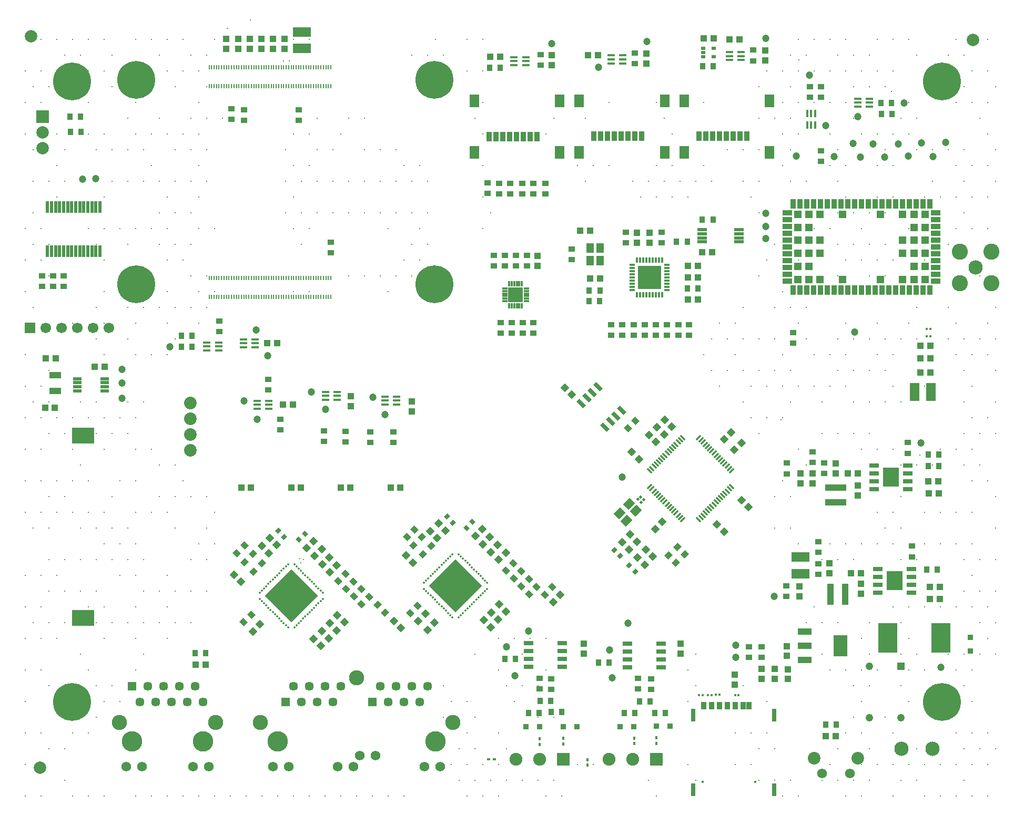
<source format=gts>
G04*
G04 #@! TF.GenerationSoftware,Altium Limited,Altium Designer,25.5.2 (35)*
G04*
G04 Layer_Color=8388736*
%FSLAX44Y44*%
%MOMM*%
G71*
G04*
G04 #@! TF.SameCoordinates,7FE83EBB-F424-4E48-BF24-F714E467DA33*
G04*
G04*
G04 #@! TF.FilePolarity,Negative*
G04*
G01*
G75*
%ADD71R,0.8508X1.5508*%
%ADD72R,0.9508X1.0508*%
%ADD73R,1.2508X0.4508*%
%ADD74R,1.5508X0.8508*%
%ADD75R,1.1508X1.1508*%
%ADD76R,0.4108X0.3808*%
%ADD77R,1.0508X1.0508*%
%ADD78R,1.0508X0.9508*%
%ADD79R,1.0508X1.0508*%
%ADD80R,1.5900X2.1400*%
%ADD81R,0.4508X1.2508*%
%ADD82R,0.7400X0.5400*%
%ADD83R,0.9400X1.6400*%
%ADD84R,1.5258X0.5008*%
%ADD85R,1.2507X1.5509*%
G04:AMPARAMS|DCode=86|XSize=3.7508mm|YSize=3.7508mm|CornerRadius=0mm|HoleSize=0mm|Usage=FLASHONLY|Rotation=180.000|XOffset=0mm|YOffset=0mm|HoleType=Round|Shape=RoundedRectangle|*
%AMROUNDEDRECTD86*
21,1,3.7508,3.7508,0,0,180.0*
21,1,3.7508,3.7508,0,0,180.0*
1,1,0.0000,-1.8754,1.8754*
1,1,0.0000,1.8754,1.8754*
1,1,0.0000,1.8754,-1.8754*
1,1,0.0000,-1.8754,-1.8754*
%
%ADD86ROUNDEDRECTD86*%
%ADD87R,1.5308X2.8708*%
%ADD88R,1.5758X0.7008*%
%ADD89R,2.6508X3.1508*%
%ADD90R,0.8509X0.8509*%
%ADD91R,2.8708X1.5308*%
%ADD92R,2.2900X1.0900*%
%ADD93P,1.4861X4X360.0*%
%ADD94P,1.4861X4X90.0*%
G04:AMPARAMS|DCode=95|XSize=1.5508mm|YSize=0.7008mm|CornerRadius=0mm|HoleSize=0mm|Usage=FLASHONLY|Rotation=135.000|XOffset=0mm|YOffset=0mm|HoleType=Round|Shape=Rectangle|*
%AMROTATEDRECTD95*
4,1,4,0.7961,-0.3005,0.3005,-0.7961,-0.7961,0.3005,-0.3005,0.7961,0.7961,-0.3005,0.0*
%
%ADD95ROTATEDRECTD95*%

G04:AMPARAMS|DCode=96|XSize=0.2708mm|YSize=1.0508mm|CornerRadius=0mm|HoleSize=0mm|Usage=FLASHONLY|Rotation=135.000|XOffset=0mm|YOffset=0mm|HoleType=Round|Shape=Rectangle|*
%AMROTATEDRECTD96*
4,1,4,0.4673,0.2758,-0.2758,-0.4673,-0.4673,-0.2758,0.2758,0.4673,0.4673,0.2758,0.0*
%
%ADD96ROTATEDRECTD96*%

G04:AMPARAMS|DCode=97|XSize=0.2708mm|YSize=1.0508mm|CornerRadius=0mm|HoleSize=0mm|Usage=FLASHONLY|Rotation=45.000|XOffset=0mm|YOffset=0mm|HoleType=Round|Shape=Rectangle|*
%AMROTATEDRECTD97*
4,1,4,0.2758,-0.4673,-0.4673,0.2758,-0.2758,0.4673,0.4673,-0.2758,0.2758,-0.4673,0.0*
%
%ADD97ROTATEDRECTD97*%

G04:AMPARAMS|DCode=98|XSize=1.0508mm|YSize=0.9508mm|CornerRadius=0mm|HoleSize=0mm|Usage=FLASHONLY|Rotation=45.000|XOffset=0mm|YOffset=0mm|HoleType=Round|Shape=Rectangle|*
%AMROTATEDRECTD98*
4,1,4,-0.0354,-0.7077,-0.7077,-0.0354,0.0354,0.7077,0.7077,0.0354,-0.0354,-0.7077,0.0*
%
%ADD98ROTATEDRECTD98*%

G04:AMPARAMS|DCode=99|XSize=1.4508mm|YSize=1.2508mm|CornerRadius=0mm|HoleSize=0mm|Usage=FLASHONLY|Rotation=225.000|XOffset=0mm|YOffset=0mm|HoleType=Round|Shape=Rectangle|*
%AMROTATEDRECTD99*
4,1,4,0.0707,0.9552,0.9552,0.0707,-0.0707,-0.9552,-0.9552,-0.0707,0.0707,0.9552,0.0*
%
%ADD99ROTATEDRECTD99*%

%ADD100R,1.5508X0.7008*%
%ADD101R,0.8508X1.1908*%
%ADD102R,0.8509X0.8509*%
%ADD103R,0.4508X0.6008*%
%ADD104R,0.2508X0.7508*%
%ADD105R,2.4400X2.4400*%
%ADD106R,0.3400X0.8400*%
%ADD107R,0.5008X1.8508*%
%ADD108C,0.3508*%
G04:AMPARAMS|DCode=109|XSize=6.0508mm|YSize=6.0508mm|CornerRadius=0mm|HoleSize=0mm|Usage=FLASHONLY|Rotation=315.000|XOffset=0mm|YOffset=0mm|HoleType=Round|Shape=RoundedRectangle|*
%AMROUNDEDRECTD109*
21,1,6.0508,6.0508,0,0,315.0*
21,1,6.0508,6.0508,0,0,315.0*
1,1,0.0000,0.0000,-4.2786*
1,1,0.0000,-4.2786,0.0000*
1,1,0.0000,0.0000,4.2786*
1,1,0.0000,4.2786,0.0000*
%
%ADD109ROUNDEDRECTD109*%
G04:AMPARAMS|DCode=110|XSize=1.0508mm|YSize=0.9508mm|CornerRadius=0mm|HoleSize=0mm|Usage=FLASHONLY|Rotation=315.000|XOffset=0mm|YOffset=0mm|HoleType=Round|Shape=Rectangle|*
%AMROTATEDRECTD110*
4,1,4,-0.7077,0.0354,-0.0354,0.7077,0.7077,-0.0354,0.0354,-0.7077,-0.7077,0.0354,0.0*
%
%ADD110ROTATEDRECTD110*%

%ADD111R,0.6008X0.4508*%
%ADD112R,1.4508X0.5008*%
%ADD113R,3.5508X2.6508*%
G04:AMPARAMS|DCode=114|XSize=0.7508mm|YSize=0.7008mm|CornerRadius=0mm|HoleSize=0mm|Usage=FLASHONLY|Rotation=315.000|XOffset=0mm|YOffset=0mm|HoleType=Round|Shape=Rectangle|*
%AMROTATEDRECTD114*
4,1,4,-0.5132,0.0177,-0.0177,0.5132,0.5132,-0.0177,0.0177,-0.5132,-0.5132,0.0177,0.0*
%
%ADD114ROTATEDRECTD114*%

G04:AMPARAMS|DCode=115|XSize=0.7508mm|YSize=0.7008mm|CornerRadius=0mm|HoleSize=0mm|Usage=FLASHONLY|Rotation=45.000|XOffset=0mm|YOffset=0mm|HoleType=Round|Shape=Rectangle|*
%AMROTATEDRECTD115*
4,1,4,-0.0177,-0.5132,-0.5132,-0.0177,0.0177,0.5132,0.5132,0.0177,-0.0177,-0.5132,0.0*
%
%ADD115ROTATEDRECTD115*%

%ADD116R,0.9508X0.3308*%
%ADD117R,0.3308X0.9508*%
%ADD118C,1.2000*%
%ADD119R,0.8400X0.3400*%
%ADD120R,1.8509X1.0508*%
G04:AMPARAMS|DCode=121|XSize=0.4108mm|YSize=0.3808mm|CornerRadius=0mm|HoleSize=0mm|Usage=FLASHONLY|Rotation=225.000|XOffset=0mm|YOffset=0mm|HoleType=Round|Shape=Rectangle|*
%AMROTATEDRECTD121*
4,1,4,0.0106,0.2799,0.2799,0.0106,-0.0106,-0.2799,-0.2799,-0.0106,0.0106,0.2799,0.0*
%
%ADD121ROTATEDRECTD121*%

%ADD122R,1.0008X1.0008*%
%ADD123R,2.2900X3.4400*%
%ADD124R,0.7508X2.1508*%
%ADD125R,1.0308X3.4508*%
%ADD126R,3.0508X4.8008*%
%ADD127C,2.0000*%
%ADD128R,3.4508X1.0308*%
%ADD129C,2.6008*%
%ADD130C,1.2108*%
%ADD131C,1.5658*%
%ADD132C,2.0008*%
%ADD133C,1.7008*%
%ADD134C,2.0308*%
%ADD135C,2.4508*%
%ADD136C,1.4508*%
%ADD137C,1.5708*%
%ADD138R,1.4508X1.4508*%
%ADD139C,2.0758*%
%ADD140R,2.0758X2.0758*%
%ADD141C,2.3008*%
%ADD142R,2.0008X2.0008*%
%ADD143C,3.3008*%
%ADD144C,0.4258*%
%ADD145R,1.2108X1.2108*%
%ADD146C,6.1000*%
%ADD147R,1.7008X1.7008*%
%ADD148C,0.2540*%
D71*
X1480250Y957500D02*
D03*
X1458250D02*
D03*
X1436250D02*
D03*
X1337250D02*
D03*
X1447250Y818500D02*
D03*
X1370250D02*
D03*
X1260250Y957500D02*
D03*
X1271250D02*
D03*
X1414250D02*
D03*
X1469250D02*
D03*
X1447250D02*
D03*
X1425250D02*
D03*
X1403250D02*
D03*
X1392250D02*
D03*
X1381250D02*
D03*
X1370250D02*
D03*
X1359250D02*
D03*
X1348250D02*
D03*
X1326250D02*
D03*
X1315250D02*
D03*
X1304250D02*
D03*
X1293250D02*
D03*
X1282250D02*
D03*
X1260250Y818500D02*
D03*
X1271250D02*
D03*
X1282250D02*
D03*
X1293250D02*
D03*
X1304250D02*
D03*
X1315250D02*
D03*
X1326250D02*
D03*
X1337250D02*
D03*
X1348250D02*
D03*
X1359250D02*
D03*
X1381250D02*
D03*
X1392250D02*
D03*
X1403250D02*
D03*
X1414250D02*
D03*
X1425250D02*
D03*
X1436250D02*
D03*
X1458250D02*
D03*
X1469250D02*
D03*
X1480250D02*
D03*
D72*
X1419500Y1101750D02*
D03*
X1114750Y1179250D02*
D03*
X1107500Y821000D02*
D03*
X1494897Y553515D02*
D03*
X947000Y218500D02*
D03*
X988500Y136750D02*
D03*
X772000Y1176750D02*
D03*
X275250Y744500D02*
D03*
X796000Y224000D02*
D03*
X834500Y137250D02*
D03*
X1131250Y931500D02*
D03*
X1072750Y896000D02*
D03*
X1329750Y118000D02*
D03*
X314500Y233750D02*
D03*
X1054250Y137000D02*
D03*
X888000Y138250D02*
D03*
X813000Y224000D02*
D03*
X851500Y137250D02*
D03*
X853000Y156500D02*
D03*
X871000Y138250D02*
D03*
X870000Y156500D02*
D03*
X297500Y233750D02*
D03*
X1402500Y1101750D02*
D03*
X1419000Y1119750D02*
D03*
X1402000D02*
D03*
X1312750Y118000D02*
D03*
X292250Y744500D02*
D03*
X275250Y727250D02*
D03*
X292250D02*
D03*
X1090500Y821000D02*
D03*
X932250Y817500D02*
D03*
X949250D02*
D03*
X931750Y800500D02*
D03*
X948750D02*
D03*
X1089750Y896000D02*
D03*
X1114250Y931500D02*
D03*
X1131750Y1179250D02*
D03*
X789000Y1176750D02*
D03*
X964000Y218500D02*
D03*
X1030250Y155500D02*
D03*
X1013250D02*
D03*
X1037250Y137000D02*
D03*
X1005500Y136750D02*
D03*
X114000Y1073500D02*
D03*
X97000D02*
D03*
X96000Y1097500D02*
D03*
X113000D02*
D03*
X1477897Y553515D02*
D03*
X1494647Y534515D02*
D03*
X1477647D02*
D03*
X1492000Y367750D02*
D03*
X1475000D02*
D03*
D73*
X1383250Y1114000D02*
D03*
X1157750Y1195500D02*
D03*
X967000Y1190000D02*
D03*
X811000Y1187250D02*
D03*
X603250Y640250D02*
D03*
X507500Y648000D02*
D03*
X375500Y732750D02*
D03*
X316500Y734000D02*
D03*
X397250Y633500D02*
D03*
X1157750Y1202000D02*
D03*
X967000Y1196500D02*
D03*
X811000Y1193750D02*
D03*
X394500Y732750D02*
D03*
X622250Y640250D02*
D03*
X526500Y648000D02*
D03*
X416250Y633500D02*
D03*
X967000Y1183500D02*
D03*
X986000Y1196500D02*
D03*
X416250Y627000D02*
D03*
Y640000D02*
D03*
X1364250Y1114000D02*
D03*
Y1120500D02*
D03*
Y1127000D02*
D03*
X1383250D02*
D03*
Y1120500D02*
D03*
X394500Y726250D02*
D03*
Y739250D02*
D03*
X375500Y726250D02*
D03*
Y739250D02*
D03*
X316500Y727500D02*
D03*
Y721000D02*
D03*
X335500D02*
D03*
Y727500D02*
D03*
Y734000D02*
D03*
X1176750Y1202000D02*
D03*
Y1195500D02*
D03*
Y1189000D02*
D03*
X1157750D02*
D03*
X830000Y1193750D02*
D03*
Y1187250D02*
D03*
Y1180750D02*
D03*
X811000D02*
D03*
X397250Y640000D02*
D03*
Y627000D02*
D03*
X603250Y646750D02*
D03*
Y633750D02*
D03*
X622250D02*
D03*
Y646750D02*
D03*
X507500Y654500D02*
D03*
Y641500D02*
D03*
X526500D02*
D03*
Y654500D02*
D03*
X986000Y1183500D02*
D03*
Y1190000D02*
D03*
D74*
X1489750Y910000D02*
D03*
Y899000D02*
D03*
Y943000D02*
D03*
Y932000D02*
D03*
Y844000D02*
D03*
Y833000D02*
D03*
Y877000D02*
D03*
Y866000D02*
D03*
X1250750Y855000D02*
D03*
Y833000D02*
D03*
Y943000D02*
D03*
Y866000D02*
D03*
Y877000D02*
D03*
Y932000D02*
D03*
Y921000D02*
D03*
Y910000D02*
D03*
Y899000D02*
D03*
Y888000D02*
D03*
Y844000D02*
D03*
X1489750Y855000D02*
D03*
Y888000D02*
D03*
Y921000D02*
D03*
D75*
X1472750Y940500D02*
D03*
X1303750Y877500D02*
D03*
Y898500D02*
D03*
X1436750Y877500D02*
D03*
Y898500D02*
D03*
X1267750Y835500D02*
D03*
Y856500D02*
D03*
Y877500D02*
D03*
Y898500D02*
D03*
Y919500D02*
D03*
Y940500D02*
D03*
X1285750Y835500D02*
D03*
Y856500D02*
D03*
Y877500D02*
D03*
Y898500D02*
D03*
Y919500D02*
D03*
Y940500D02*
D03*
X1303750Y835500D02*
D03*
Y940500D02*
D03*
X1339750Y835500D02*
D03*
Y940500D02*
D03*
X1400750Y835500D02*
D03*
Y940500D02*
D03*
X1436750Y835500D02*
D03*
Y940500D02*
D03*
X1454750Y835500D02*
D03*
Y856500D02*
D03*
Y877500D02*
D03*
Y898500D02*
D03*
Y919500D02*
D03*
Y940500D02*
D03*
X1472750Y835500D02*
D03*
Y856500D02*
D03*
Y877500D02*
D03*
Y898500D02*
D03*
Y919500D02*
D03*
D76*
X1475630Y755520D02*
D03*
X1475430Y743980D02*
D03*
X1172550Y166000D02*
D03*
X1136250Y166250D02*
D03*
X1123450Y166000D02*
D03*
X1108900D02*
D03*
X1481030Y743980D02*
D03*
X1481230Y755520D02*
D03*
X1114500Y166000D02*
D03*
X1166950D02*
D03*
X1129050D02*
D03*
X1141850Y166250D02*
D03*
D77*
X1465500Y685750D02*
D03*
X1465251Y729000D02*
D03*
X1465250Y708500D02*
D03*
X1174250Y1222000D02*
D03*
X1116750Y1224000D02*
D03*
X930500Y1196500D02*
D03*
X1129750Y879250D02*
D03*
X1107000Y857250D02*
D03*
X917249Y914001D02*
D03*
X1106750Y838500D02*
D03*
X933249Y837500D02*
D03*
X1107250Y803000D02*
D03*
X1494147Y510015D02*
D03*
X1494647Y490765D02*
D03*
X1496250Y340500D02*
D03*
X1353250Y362500D02*
D03*
X1496500Y321000D02*
D03*
X1348397Y522765D02*
D03*
X1329250Y99750D02*
D03*
X772750Y1194000D02*
D03*
X455000Y633750D02*
D03*
X429997Y732748D02*
D03*
X314250Y214750D02*
D03*
X136000Y694500D02*
D03*
X57250Y708250D02*
D03*
X56000Y629000D02*
D03*
X1158250Y1222000D02*
D03*
X1113750Y879250D02*
D03*
X1091000Y857250D02*
D03*
X1091250Y803000D02*
D03*
X946500Y1196500D02*
D03*
X788750Y1194000D02*
D03*
X413997Y732748D02*
D03*
X439000Y633750D02*
D03*
X298250Y214750D02*
D03*
X73250Y708250D02*
D03*
X72000Y629000D02*
D03*
X152000Y694500D02*
D03*
X1481500Y685750D02*
D03*
X1481250Y708500D02*
D03*
X1481250Y729000D02*
D03*
X1313250Y99750D02*
D03*
X1090750Y838500D02*
D03*
X933249Y914001D02*
D03*
X949249Y837500D02*
D03*
X1132750Y1224000D02*
D03*
X1478647Y490765D02*
D03*
X1478147Y510015D02*
D03*
X1364397Y522765D02*
D03*
X1480500Y321000D02*
D03*
X1480250Y340500D02*
D03*
X1369250Y362500D02*
D03*
D78*
X1305500Y1146500D02*
D03*
X1260500Y733250D02*
D03*
X1291897Y557515D02*
D03*
X1301000Y413000D02*
D03*
X831750Y874000D02*
D03*
X789500Y749000D02*
D03*
X516500Y895250D02*
D03*
X967250Y745250D02*
D03*
X985000Y745500D02*
D03*
X1049000Y911250D02*
D03*
X990750Y911500D02*
D03*
X1209500Y243250D02*
D03*
X1189500Y243250D02*
D03*
X579250Y590250D02*
D03*
X616750Y589750D02*
D03*
X539750Y591000D02*
D03*
X505000Y591500D02*
D03*
X415500Y674750D02*
D03*
X434500Y593000D02*
D03*
X1189500Y226250D02*
D03*
X376750Y1092250D02*
D03*
X356500Y1093500D02*
D03*
X1093000Y745250D02*
D03*
Y762250D02*
D03*
X1075500Y745250D02*
D03*
Y762250D02*
D03*
X852500Y192500D02*
D03*
X1451500Y405750D02*
D03*
X1249250Y325000D02*
D03*
X870500Y192250D02*
D03*
X852500Y175500D02*
D03*
X870500Y175250D02*
D03*
X831750Y857000D02*
D03*
X842500Y766000D02*
D03*
Y749000D02*
D03*
X825000Y766000D02*
D03*
Y749000D02*
D03*
X807000Y765750D02*
D03*
Y748750D02*
D03*
X814000Y857000D02*
D03*
Y874000D02*
D03*
X796500Y857500D02*
D03*
Y874500D02*
D03*
X779000Y857250D02*
D03*
Y874250D02*
D03*
X789500Y766000D02*
D03*
X824250Y973250D02*
D03*
X787000Y973500D02*
D03*
X805250D02*
D03*
X768500Y974000D02*
D03*
X86250Y824250D02*
D03*
X1005750Y1200000D02*
D03*
X434500Y610000D02*
D03*
X415500Y657750D02*
D03*
X1305250Y1042500D02*
D03*
Y1025500D02*
D03*
X1260500Y750250D02*
D03*
X1287500Y1146250D02*
D03*
Y1129250D02*
D03*
X1305500Y1129500D02*
D03*
X336250Y751250D02*
D03*
Y768250D02*
D03*
X86250Y841250D02*
D03*
X51250Y824000D02*
D03*
Y841000D02*
D03*
X68750Y824000D02*
D03*
Y841000D02*
D03*
X1451500Y388750D02*
D03*
X464500Y1092250D02*
D03*
X505000Y574500D02*
D03*
X539750Y574000D02*
D03*
X579250Y573250D02*
D03*
X616750Y572750D02*
D03*
X861250Y973500D02*
D03*
X842500Y973250D02*
D03*
X1057250Y762500D02*
D03*
Y745500D02*
D03*
X1021750Y762250D02*
D03*
Y745250D02*
D03*
X1039500Y762500D02*
D03*
Y745500D02*
D03*
X1003500Y762500D02*
D03*
Y745500D02*
D03*
X967250Y762250D02*
D03*
X985000Y762500D02*
D03*
X990750Y894500D02*
D03*
X1049000Y894250D02*
D03*
X903499Y867500D02*
D03*
Y884501D02*
D03*
X1196250Y1205000D02*
D03*
Y1188000D02*
D03*
X853750Y1197500D02*
D03*
X787000Y990500D02*
D03*
X768500Y991000D02*
D03*
X824250Y990250D02*
D03*
X861250Y990500D02*
D03*
X842500Y990250D02*
D03*
X805250Y990500D02*
D03*
X1005750Y1183000D02*
D03*
X853750Y1180500D02*
D03*
X1010750Y175500D02*
D03*
Y192500D02*
D03*
X1031500Y175250D02*
D03*
Y192250D02*
D03*
X516500Y878250D02*
D03*
X464500Y1109250D02*
D03*
X356500Y1110500D02*
D03*
X376750Y1109250D02*
D03*
X1209500Y226250D02*
D03*
X1445147Y555515D02*
D03*
Y572515D02*
D03*
X1250000Y539500D02*
D03*
Y522500D02*
D03*
X1291897Y540515D02*
D03*
X1310147Y539765D02*
D03*
Y522765D02*
D03*
X1301000Y396000D02*
D03*
X1249250Y342000D02*
D03*
X1301000Y377500D02*
D03*
Y360500D02*
D03*
D79*
X1215750Y1188750D02*
D03*
X1024500Y1183250D02*
D03*
X871750Y1181000D02*
D03*
X1029250Y911000D02*
D03*
X1009250Y910500D02*
D03*
X1291647Y507015D02*
D03*
X1272397Y506765D02*
D03*
X1270500Y325000D02*
D03*
X1250000Y228750D02*
D03*
X1079000Y232500D02*
D03*
X923750Y232750D02*
D03*
X1251500Y191500D02*
D03*
X1230750Y191750D02*
D03*
X1209500D02*
D03*
X1166750Y199000D02*
D03*
X441500Y1223000D02*
D03*
X423000Y1223250D02*
D03*
X385500Y1223000D02*
D03*
X404500Y1222750D02*
D03*
X366750Y1223000D02*
D03*
X347750D02*
D03*
X849250Y873750D02*
D03*
X646088Y622953D02*
D03*
X548500Y631500D02*
D03*
X1029250Y895000D02*
D03*
X849250Y857750D02*
D03*
X548500Y647500D02*
D03*
X646088Y638953D02*
D03*
X1250000Y244750D02*
D03*
X1079000Y248500D02*
D03*
X923750Y248750D02*
D03*
X441500Y1207000D02*
D03*
X423000Y1207250D02*
D03*
X385500Y1207000D02*
D03*
X404500Y1206750D02*
D03*
X366750Y1207000D02*
D03*
X347750D02*
D03*
X1024500Y1199250D02*
D03*
X1166750Y183000D02*
D03*
X1009250Y894500D02*
D03*
X1215750Y1204750D02*
D03*
X871750Y1197000D02*
D03*
X1209500Y207750D02*
D03*
X1230750D02*
D03*
X1251500Y207500D02*
D03*
X1272397Y522765D02*
D03*
X1291647Y523015D02*
D03*
X1328897Y539015D02*
D03*
Y523015D02*
D03*
X1364147Y503515D02*
D03*
Y487515D02*
D03*
X1270500Y341000D02*
D03*
X1318500Y378000D02*
D03*
Y362000D02*
D03*
X1369250Y345250D02*
D03*
Y329250D02*
D03*
D80*
X1222450Y1123500D02*
D03*
Y1040500D02*
D03*
X1084950Y1123500D02*
D03*
X1053500Y1123500D02*
D03*
X916000D02*
D03*
X884450Y1123000D02*
D03*
X1084950Y1040500D02*
D03*
X1053500D02*
D03*
X916000D02*
D03*
X884450Y1040000D02*
D03*
X746950Y1123000D02*
D03*
Y1040000D02*
D03*
D81*
X1295932Y1103249D02*
D03*
Y1084249D02*
D03*
X1289432D02*
D03*
X1282932D02*
D03*
Y1103249D02*
D03*
X1289432D02*
D03*
D82*
X1115750Y1194750D02*
D03*
Y1207750D02*
D03*
Y1201250D02*
D03*
X1132750Y1207750D02*
D03*
Y1194750D02*
D03*
D83*
X1130750Y1066500D02*
D03*
X961800D02*
D03*
X792750Y1066000D02*
D03*
X994800Y1066500D02*
D03*
X1005800D02*
D03*
X1108750D02*
D03*
X983800D02*
D03*
X1016800D02*
D03*
X972800D02*
D03*
X939800D02*
D03*
X950800D02*
D03*
X1185750D02*
D03*
X1163750D02*
D03*
X1174750D02*
D03*
X1119750D02*
D03*
X1141750D02*
D03*
X1152750D02*
D03*
X814750Y1066000D02*
D03*
X770750D02*
D03*
X781750D02*
D03*
X803750D02*
D03*
X825750D02*
D03*
X836750D02*
D03*
X847750D02*
D03*
D84*
X1172880Y915500D02*
D03*
X1114120Y902500D02*
D03*
Y896000D02*
D03*
X1172880D02*
D03*
Y902500D02*
D03*
Y909000D02*
D03*
X1114120Y915500D02*
D03*
Y909000D02*
D03*
D85*
X949500Y886500D02*
D03*
X933498Y865500D02*
D03*
X949500D02*
D03*
X933498Y886500D02*
D03*
D86*
X1029250Y838750D02*
D03*
D87*
X1455550Y654000D02*
D03*
X1481950D02*
D03*
D88*
X1445147Y497915D02*
D03*
X1451240Y331150D02*
D03*
Y369250D02*
D03*
X1445147Y510615D02*
D03*
Y523315D02*
D03*
Y536015D02*
D03*
X1390907D02*
D03*
Y523315D02*
D03*
Y510615D02*
D03*
Y497915D02*
D03*
X1451240Y343850D02*
D03*
Y356550D02*
D03*
X1397000Y369250D02*
D03*
Y356550D02*
D03*
Y343850D02*
D03*
Y331150D02*
D03*
D89*
X1418027Y516965D02*
D03*
X1424120Y350200D02*
D03*
D90*
X1546000Y236749D02*
D03*
Y258751D02*
D03*
D91*
X1272000Y387950D02*
D03*
X469750Y1234450D02*
D03*
Y1208050D02*
D03*
X1272000Y361550D02*
D03*
D92*
X1278750Y268000D02*
D03*
Y245000D02*
D03*
Y222000D02*
D03*
D93*
X1160750Y589314D02*
D03*
X1177000Y572064D02*
D03*
X1038437Y433500D02*
D03*
X874093Y315843D02*
D03*
X760000Y433250D02*
D03*
X784907Y407407D02*
D03*
X772157Y420157D02*
D03*
X797657Y395157D02*
D03*
X501407Y400970D02*
D03*
X488157Y413721D02*
D03*
X656843Y285343D02*
D03*
X525750Y374813D02*
D03*
X513657Y387721D02*
D03*
X671686Y270936D02*
D03*
X390436Y268500D02*
D03*
X401750Y279814D02*
D03*
X514436Y363500D02*
D03*
X502343Y376407D02*
D03*
X490093Y389657D02*
D03*
X476843Y402407D02*
D03*
X1149436Y578000D02*
D03*
X668157Y296657D02*
D03*
X683000Y282250D02*
D03*
X760843Y408843D02*
D03*
X773593Y396093D02*
D03*
X786343Y383843D02*
D03*
X748687Y421936D02*
D03*
X885407Y327157D02*
D03*
X1165686Y560750D02*
D03*
X1049750Y444814D02*
D03*
D94*
X1053686Y609666D02*
D03*
X1041186Y597314D02*
D03*
X892909Y661159D02*
D03*
X1028030Y584720D02*
D03*
X1000779Y557470D02*
D03*
X1188750Y468500D02*
D03*
X1149250Y429250D02*
D03*
X1034343Y388972D02*
D03*
X1009250Y413250D02*
D03*
X996500Y400500D02*
D03*
X1021250Y375816D02*
D03*
X689343Y442407D02*
D03*
X687563Y418936D02*
D03*
X417529Y418970D02*
D03*
X416500Y394500D02*
D03*
X637093Y390657D02*
D03*
X798407Y300593D02*
D03*
X785407Y287593D02*
D03*
X537907Y283343D02*
D03*
X360029Y359721D02*
D03*
X773500Y275250D02*
D03*
X628750Y274000D02*
D03*
X525343Y270157D02*
D03*
X512750Y257500D02*
D03*
X499907Y245093D02*
D03*
X526593Y294657D02*
D03*
X514030Y281471D02*
D03*
X501436Y268814D02*
D03*
X488593Y256407D02*
D03*
X371343Y348407D02*
D03*
X428843Y407657D02*
D03*
X617436Y285313D02*
D03*
X405186Y405814D02*
D03*
X904222Y649845D02*
D03*
X1052500Y586000D02*
D03*
X1039343Y573407D02*
D03*
X1177437Y479813D02*
D03*
X1137936Y440564D02*
D03*
X787093Y311907D02*
D03*
X774093Y298907D02*
D03*
X762186Y286564D02*
D03*
X676250Y430250D02*
D03*
X648407Y379343D02*
D03*
X700657Y431093D02*
D03*
X997936Y424564D02*
D03*
X985186Y411814D02*
D03*
X1023029Y400286D02*
D03*
X1009936Y387129D02*
D03*
X1012093Y546157D02*
D03*
X1065000Y598352D02*
D03*
D95*
X946222Y662719D02*
D03*
X919281Y635778D02*
D03*
X928261Y644759D02*
D03*
X937241Y653739D02*
D03*
X984406Y624536D02*
D03*
X975425Y615555D02*
D03*
X966445Y606575D02*
D03*
X957465Y597595D02*
D03*
D96*
X1154210Y534485D02*
D03*
X1111784Y576912D02*
D03*
X1029405Y501605D02*
D03*
X1078903Y452107D02*
D03*
X1064761Y466249D02*
D03*
X1061225Y469785D02*
D03*
X1071832Y459178D02*
D03*
X1043548Y487462D02*
D03*
X1129461Y559234D02*
D03*
X1082438Y448572D02*
D03*
X1108248Y580447D02*
D03*
X1115319Y573376D02*
D03*
X1118854Y569840D02*
D03*
X1122390Y566305D02*
D03*
X1125926Y562769D02*
D03*
X1132997Y555698D02*
D03*
X1136532Y552163D02*
D03*
X1140068Y548627D02*
D03*
X1143603Y545092D02*
D03*
X1147139Y541556D02*
D03*
X1150675Y538021D02*
D03*
X1157745Y530949D02*
D03*
X1161281Y527414D02*
D03*
X1075368Y455642D02*
D03*
X1068296Y462714D02*
D03*
X1057690Y473320D02*
D03*
X1054154Y476856D02*
D03*
X1050619Y480391D02*
D03*
X1047083Y483927D02*
D03*
X1040012Y490998D02*
D03*
X1036477Y494533D02*
D03*
X1032941Y498069D02*
D03*
D97*
X1075368Y573376D02*
D03*
X1136532Y476856D02*
D03*
X1078903Y576911D02*
D03*
X1157745Y498069D02*
D03*
X1057690Y555698D02*
D03*
X1118854Y459178D02*
D03*
X1140068Y480391D02*
D03*
X1108248Y448572D02*
D03*
X1029405Y527414D02*
D03*
X1032941Y530949D02*
D03*
X1036477Y534485D02*
D03*
X1040012Y538021D02*
D03*
X1043548Y541556D02*
D03*
X1047083Y545092D02*
D03*
X1050619Y548627D02*
D03*
X1054154Y552163D02*
D03*
X1061225Y559234D02*
D03*
X1064761Y562769D02*
D03*
X1068296Y566305D02*
D03*
X1071832Y569840D02*
D03*
X1082438Y580447D02*
D03*
X1161281Y501605D02*
D03*
X1154210Y494533D02*
D03*
X1150675Y490998D02*
D03*
X1147139Y487462D02*
D03*
X1143603Y483927D02*
D03*
X1132997Y473320D02*
D03*
X1129461Y469785D02*
D03*
X1125926Y466249D02*
D03*
X1122390Y462714D02*
D03*
X1115319Y455642D02*
D03*
X1111784Y452107D02*
D03*
D98*
X1073833Y404417D02*
D03*
X664207Y392358D02*
D03*
X391800Y364765D02*
D03*
X376951Y379614D02*
D03*
X405235Y378200D02*
D03*
X390386Y393049D02*
D03*
X603604Y298896D02*
D03*
X591583Y310917D02*
D03*
X662793Y420642D02*
D03*
X677642Y405793D02*
D03*
X649358Y407207D02*
D03*
X1085854Y392396D02*
D03*
X1071854Y378646D02*
D03*
X1059833Y390667D02*
D03*
D99*
X1007507Y462657D02*
D03*
X980637Y458414D02*
D03*
X996194Y473970D02*
D03*
X991951Y447100D02*
D03*
D100*
X888250Y211200D02*
D03*
X1048000Y210450D02*
D03*
X888250Y236600D02*
D03*
X834250Y211200D02*
D03*
X1048000Y248550D02*
D03*
X888250Y249300D02*
D03*
Y223900D02*
D03*
X834250Y236600D02*
D03*
Y223900D02*
D03*
Y249300D02*
D03*
X1048000Y235850D02*
D03*
Y223150D02*
D03*
X994000Y210450D02*
D03*
Y223150D02*
D03*
Y235850D02*
D03*
Y248550D02*
D03*
D101*
X1179746Y148460D02*
D03*
X1116246D02*
D03*
X1167046D02*
D03*
X1128946D02*
D03*
X1141646D02*
D03*
X1189247D02*
D03*
X1154346D02*
D03*
D102*
X1062251Y115750D02*
D03*
X981749Y114500D02*
D03*
X912501D02*
D03*
X829998Y115000D02*
D03*
X852000D02*
D03*
X890500Y114500D02*
D03*
X1003750D02*
D03*
X1040249Y115750D02*
D03*
D103*
X929500Y52750D02*
D03*
X852250Y95500D02*
D03*
Y86500D02*
D03*
X890250Y87000D02*
D03*
Y96000D02*
D03*
X1040000Y96750D02*
D03*
Y87750D02*
D03*
X929500Y61750D02*
D03*
X1004500Y96500D02*
D03*
Y87500D02*
D03*
D104*
X472193Y1177458D02*
D03*
X432193D02*
D03*
X452193D02*
D03*
X504193D02*
D03*
X492193D02*
D03*
X516193D02*
D03*
X456193Y1146658D02*
D03*
X476193D02*
D03*
X388193Y1177458D02*
D03*
X376193D02*
D03*
X412193D02*
D03*
X400193Y1146658D02*
D03*
X416193D02*
D03*
X400193Y1177458D02*
D03*
X372193Y1146658D02*
D03*
X388193D02*
D03*
X516193D02*
D03*
X504193D02*
D03*
X492193D02*
D03*
X436193D02*
D03*
X504193Y838259D02*
D03*
X492193D02*
D03*
X372193D02*
D03*
X336193D02*
D03*
X348193D02*
D03*
X480193D02*
D03*
X468193D02*
D03*
X456193D02*
D03*
X444193D02*
D03*
X432193Y807459D02*
D03*
X492193D02*
D03*
X480193D02*
D03*
X504193D02*
D03*
X456193D02*
D03*
X444193D02*
D03*
X468193D02*
D03*
X396193Y838259D02*
D03*
X384193D02*
D03*
X408193D02*
D03*
X360193D02*
D03*
X336193Y807459D02*
D03*
X348193D02*
D03*
X408193D02*
D03*
X396193D02*
D03*
X420193D02*
D03*
X372193D02*
D03*
X360193D02*
D03*
X384193D02*
D03*
X324193Y1146658D02*
D03*
Y838259D02*
D03*
Y807459D02*
D03*
X352193Y1146658D02*
D03*
X348193D02*
D03*
X364193D02*
D03*
X352193Y1177458D02*
D03*
X356193D02*
D03*
X344193D02*
D03*
X348193D02*
D03*
X364193D02*
D03*
X360193D02*
D03*
X396193Y1146658D02*
D03*
X392193Y1177458D02*
D03*
X404193D02*
D03*
X384193D02*
D03*
X380193D02*
D03*
X396193D02*
D03*
X320193Y1146658D02*
D03*
X408193Y1177458D02*
D03*
X412193Y1146658D02*
D03*
X344193D02*
D03*
X340193D02*
D03*
X328193Y1177458D02*
D03*
X432193Y1146658D02*
D03*
X320193Y807459D02*
D03*
Y838259D02*
D03*
X328193Y807459D02*
D03*
Y838259D02*
D03*
X332193Y807459D02*
D03*
Y838259D02*
D03*
X340193Y807459D02*
D03*
Y838259D02*
D03*
X344193Y807459D02*
D03*
Y838259D02*
D03*
X352193Y807459D02*
D03*
Y838259D02*
D03*
X356193Y807459D02*
D03*
Y838259D02*
D03*
X364193Y807459D02*
D03*
Y838259D02*
D03*
X368193Y807459D02*
D03*
Y838259D02*
D03*
X376193Y807459D02*
D03*
Y838259D02*
D03*
X380193Y807459D02*
D03*
Y838259D02*
D03*
X388193Y807459D02*
D03*
Y838259D02*
D03*
X392193Y807459D02*
D03*
Y838259D02*
D03*
X400193Y807459D02*
D03*
Y838259D02*
D03*
X404193Y807459D02*
D03*
Y838259D02*
D03*
X412193Y807459D02*
D03*
Y838259D02*
D03*
X416193Y807459D02*
D03*
Y838259D02*
D03*
X420193D02*
D03*
X424193Y807459D02*
D03*
Y838259D02*
D03*
X428193Y807459D02*
D03*
Y838259D02*
D03*
X432193D02*
D03*
X436193Y807459D02*
D03*
Y838259D02*
D03*
X440193Y807459D02*
D03*
Y838259D02*
D03*
X448193Y807459D02*
D03*
Y838259D02*
D03*
X452193Y807459D02*
D03*
Y838259D02*
D03*
X460193Y807459D02*
D03*
Y838259D02*
D03*
X464193Y807459D02*
D03*
Y838259D02*
D03*
X472193Y807459D02*
D03*
Y838259D02*
D03*
X476193Y807459D02*
D03*
Y838259D02*
D03*
X484193Y807459D02*
D03*
Y838259D02*
D03*
X488193Y807459D02*
D03*
Y838259D02*
D03*
X496193Y807459D02*
D03*
Y838259D02*
D03*
X500193Y807459D02*
D03*
Y838259D02*
D03*
X508193Y807459D02*
D03*
Y838259D02*
D03*
X512193Y807459D02*
D03*
Y838259D02*
D03*
X516193Y807459D02*
D03*
Y838259D02*
D03*
X320193Y1177458D02*
D03*
X324193D02*
D03*
X328193Y1146658D02*
D03*
X332193D02*
D03*
Y1177458D02*
D03*
X336193Y1146658D02*
D03*
Y1177458D02*
D03*
X340193D02*
D03*
X356193Y1146658D02*
D03*
X360193D02*
D03*
X368193D02*
D03*
Y1177458D02*
D03*
X372193D02*
D03*
X376193Y1146658D02*
D03*
X380193D02*
D03*
X384193D02*
D03*
X392193D02*
D03*
X404193D02*
D03*
X408193D02*
D03*
X416193Y1177458D02*
D03*
X420193Y1146658D02*
D03*
Y1177458D02*
D03*
X424193Y1146658D02*
D03*
Y1177458D02*
D03*
X428193Y1146658D02*
D03*
Y1177458D02*
D03*
X436193D02*
D03*
X440193Y1146658D02*
D03*
Y1177458D02*
D03*
X444193Y1146658D02*
D03*
Y1177458D02*
D03*
X448193Y1146658D02*
D03*
Y1177458D02*
D03*
X452193Y1146658D02*
D03*
X456193Y1177458D02*
D03*
X460193Y1146658D02*
D03*
Y1177458D02*
D03*
X464193Y1146658D02*
D03*
Y1177458D02*
D03*
X468193Y1146658D02*
D03*
Y1177458D02*
D03*
X472193Y1146658D02*
D03*
X476193Y1177458D02*
D03*
X480193Y1146658D02*
D03*
Y1177458D02*
D03*
X484193Y1146658D02*
D03*
Y1177458D02*
D03*
X488193Y1146658D02*
D03*
Y1177458D02*
D03*
X496193Y1146658D02*
D03*
Y1177458D02*
D03*
X500193Y1146658D02*
D03*
Y1177458D02*
D03*
X508193Y1146658D02*
D03*
Y1177458D02*
D03*
X512193Y1146658D02*
D03*
Y1177458D02*
D03*
D105*
X813500Y810750D02*
D03*
D106*
X823500Y828276D02*
D03*
X819500D02*
D03*
X803500D02*
D03*
X807500D02*
D03*
X811500D02*
D03*
X815500D02*
D03*
X823500Y793224D02*
D03*
X819500D02*
D03*
X815500D02*
D03*
X811500D02*
D03*
X807500D02*
D03*
X803500D02*
D03*
D107*
X118500Y952000D02*
D03*
X105500Y881000D02*
D03*
X112000Y952000D02*
D03*
X66500Y881000D02*
D03*
X73000D02*
D03*
X86000D02*
D03*
X125000Y952000D02*
D03*
X60000Y881000D02*
D03*
X79500D02*
D03*
X92500D02*
D03*
X99000D02*
D03*
X112000D02*
D03*
X118500D02*
D03*
X125000D02*
D03*
X131500D02*
D03*
X138000D02*
D03*
X144500D02*
D03*
Y952000D02*
D03*
X138000D02*
D03*
X131500D02*
D03*
X105500D02*
D03*
X99000D02*
D03*
X92500D02*
D03*
X86000D02*
D03*
X79500D02*
D03*
X73000D02*
D03*
X66500D02*
D03*
X60000D02*
D03*
D108*
X725485Y389376D02*
D03*
X680230Y322908D02*
D03*
X683766Y319373D02*
D03*
X460828Y373033D02*
D03*
X419109Y303029D02*
D03*
X415574Y306565D02*
D03*
X489113Y344748D02*
D03*
X485577Y348284D02*
D03*
X503255Y330607D02*
D03*
X499719Y334142D02*
D03*
X496184Y337678D02*
D03*
X492648Y341213D02*
D03*
X464364Y369497D02*
D03*
X467900Y365962D02*
D03*
X457293Y376569D02*
D03*
X478506Y355355D02*
D03*
X474971Y358891D02*
D03*
X482042Y351820D02*
D03*
X471435Y362426D02*
D03*
X503255Y320707D02*
D03*
X499719Y317172D02*
D03*
X496184Y313636D02*
D03*
X492648Y310100D02*
D03*
X489113Y306565D02*
D03*
X485577Y303029D02*
D03*
X482042Y299494D02*
D03*
X478506Y295958D02*
D03*
X474971Y292423D02*
D03*
X471435Y288887D02*
D03*
X467900Y285352D02*
D03*
X464364Y281816D02*
D03*
X460828Y278281D02*
D03*
X457293Y274745D02*
D03*
X447393Y376569D02*
D03*
X443858Y373033D02*
D03*
X440322Y369497D02*
D03*
X436787Y365962D02*
D03*
X433251Y362426D02*
D03*
X429716Y358891D02*
D03*
X426180Y355355D02*
D03*
X422645Y351820D02*
D03*
X419109Y348284D02*
D03*
X415574Y344748D02*
D03*
X412038Y341213D02*
D03*
X408503Y337678D02*
D03*
X404967Y334142D02*
D03*
X401431Y330607D02*
D03*
Y320707D02*
D03*
X429716Y292423D02*
D03*
X433251Y288887D02*
D03*
X443858Y278281D02*
D03*
X447393Y274745D02*
D03*
X436787Y285352D02*
D03*
X440322Y281816D02*
D03*
X412038Y310100D02*
D03*
X408503Y313636D02*
D03*
X404967Y317172D02*
D03*
X422645Y299494D02*
D03*
X426180Y295958D02*
D03*
X753770Y322908D02*
D03*
X750234Y319373D02*
D03*
X743163Y312302D02*
D03*
X739627Y308766D02*
D03*
X697908Y305231D02*
D03*
X704979Y298159D02*
D03*
X701443Y301695D02*
D03*
X687301Y315837D02*
D03*
X676695Y357556D02*
D03*
X690837Y312302D02*
D03*
X736092Y378770D02*
D03*
X739627Y375234D02*
D03*
X746699Y368163D02*
D03*
X757305Y357556D02*
D03*
X712050Y392912D02*
D03*
X704979Y385841D02*
D03*
X690837Y371698D02*
D03*
X746699Y315837D02*
D03*
X767912Y337050D02*
D03*
X764376Y333515D02*
D03*
X760840Y329979D02*
D03*
X757305Y326444D02*
D03*
X736092Y305231D02*
D03*
X732557Y301695D02*
D03*
X729021Y298159D02*
D03*
X725485Y294624D02*
D03*
X721950Y291088D02*
D03*
X712050D02*
D03*
X708515Y294624D02*
D03*
X694373Y308766D02*
D03*
X676695Y326444D02*
D03*
X673160Y329979D02*
D03*
X669624Y333515D02*
D03*
X666088Y337050D02*
D03*
Y346950D02*
D03*
X669624Y350485D02*
D03*
X673160Y354021D02*
D03*
X680230Y361092D02*
D03*
X683766Y364627D02*
D03*
X687301Y368163D02*
D03*
X694373Y375234D02*
D03*
X697908Y378770D02*
D03*
X701443Y382305D02*
D03*
X708515Y389376D02*
D03*
X721950Y392912D02*
D03*
X729021Y385841D02*
D03*
X732557Y382305D02*
D03*
X743163Y371698D02*
D03*
X750234Y364627D02*
D03*
X753770Y361092D02*
D03*
X760840Y354021D02*
D03*
X764376Y350485D02*
D03*
X767912Y346950D02*
D03*
D109*
X717000Y342000D02*
D03*
X452343Y325657D02*
D03*
D110*
X643740Y297490D02*
D03*
X375833Y283146D02*
D03*
X364833Y394646D02*
D03*
X376853Y406667D02*
D03*
X387854Y295167D02*
D03*
X552614Y348678D02*
D03*
X540593Y336657D02*
D03*
X540114Y361428D02*
D03*
X528093Y349407D02*
D03*
X565114Y336678D02*
D03*
X553093Y324657D02*
D03*
X577614Y323928D02*
D03*
X565593Y311907D02*
D03*
X651010Y432510D02*
D03*
X822511Y365261D02*
D03*
X835010Y352761D02*
D03*
X810021Y378271D02*
D03*
X860740Y327740D02*
D03*
X847250Y340250D02*
D03*
X872760Y339760D02*
D03*
X798000Y366250D02*
D03*
X810490Y353240D02*
D03*
X822990Y340740D02*
D03*
X835229Y328229D02*
D03*
X655761Y309510D02*
D03*
X638989Y420490D02*
D03*
X1006326Y608012D02*
D03*
X994305Y595992D02*
D03*
D111*
X770500Y62500D02*
D03*
X779500D02*
D03*
D112*
X108000Y656250D02*
D03*
X152000Y675750D02*
D03*
Y669250D02*
D03*
Y662750D02*
D03*
Y656250D02*
D03*
X108000Y662750D02*
D03*
Y669250D02*
D03*
Y675750D02*
D03*
D113*
X117250Y290250D02*
D03*
Y584250D02*
D03*
D114*
X464821Y416135D02*
D03*
X474366Y425679D02*
D03*
X744272Y444772D02*
D03*
X734728Y435228D02*
D03*
D115*
X440865Y420885D02*
D03*
X431321Y430429D02*
D03*
X1006137Y364928D02*
D03*
X982115Y389647D02*
D03*
X712750Y443750D02*
D03*
X703206Y453294D02*
D03*
X996593Y374473D02*
D03*
X972571Y399192D02*
D03*
D116*
X1057250Y828750D02*
D03*
Y843750D02*
D03*
Y818750D02*
D03*
X1001250Y853750D02*
D03*
Y818750D02*
D03*
Y823750D02*
D03*
Y828750D02*
D03*
Y833750D02*
D03*
Y838750D02*
D03*
Y843750D02*
D03*
Y848750D02*
D03*
Y858750D02*
D03*
X1057250D02*
D03*
Y853750D02*
D03*
Y848750D02*
D03*
Y838750D02*
D03*
Y833750D02*
D03*
Y823750D02*
D03*
D117*
X1029250Y866750D02*
D03*
Y810750D02*
D03*
X1009250Y866750D02*
D03*
X1044250Y810750D02*
D03*
X1049250D02*
D03*
X1014250Y866750D02*
D03*
X1019250D02*
D03*
X1024250D02*
D03*
X1034250D02*
D03*
X1039250D02*
D03*
X1044250D02*
D03*
X1049250D02*
D03*
X1039250Y810750D02*
D03*
X1034250D02*
D03*
X1024250D02*
D03*
X1019250D02*
D03*
X1014250D02*
D03*
X1009250D02*
D03*
D118*
X1167750Y246500D02*
D03*
X1168250Y226500D02*
D03*
X812250Y197250D02*
D03*
X1229750Y325000D02*
D03*
X799250Y243500D02*
D03*
X834250Y269250D02*
D03*
X947000Y1177500D02*
D03*
X1024750Y1219000D02*
D03*
X179750Y690750D02*
D03*
X180000Y669000D02*
D03*
Y643750D02*
D03*
X1445500Y1034750D02*
D03*
X1312500Y1083250D02*
D03*
X1407750Y1032750D02*
D03*
X1265250Y1034000D02*
D03*
X1356500Y1054500D02*
D03*
X1216250Y901750D02*
D03*
X1466750Y1055250D02*
D03*
X1326250Y1033250D02*
D03*
X1364250Y1098000D02*
D03*
X1368750Y1033000D02*
D03*
X1485750Y1033750D02*
D03*
X1216000Y921000D02*
D03*
X1359500Y750500D02*
D03*
X1216000Y942000D02*
D03*
X1389000Y1053500D02*
D03*
X1429250Y1054000D02*
D03*
X1506250Y1056250D02*
D03*
X1216250Y1224000D02*
D03*
X872000Y1215500D02*
D03*
X116500Y997500D02*
D03*
X507273Y626557D02*
D03*
X484524Y653808D02*
D03*
X603500Y618000D02*
D03*
X1465657Y571815D02*
D03*
X1498500Y210750D02*
D03*
X984843Y517157D02*
D03*
X994500Y281500D02*
D03*
X969500Y194000D02*
D03*
X964500Y238250D02*
D03*
X376500Y640000D02*
D03*
X397500Y610500D02*
D03*
X1438750Y1119750D02*
D03*
X1286750Y1165000D02*
D03*
X137750Y998000D02*
D03*
X396247Y753748D02*
D03*
X414247Y712998D02*
D03*
X257250Y726750D02*
D03*
X583500Y646000D02*
D03*
D119*
X795974Y800750D02*
D03*
Y804750D02*
D03*
Y808750D02*
D03*
Y812750D02*
D03*
Y816750D02*
D03*
Y820750D02*
D03*
X831026D02*
D03*
Y816750D02*
D03*
Y812750D02*
D03*
Y808750D02*
D03*
Y804750D02*
D03*
Y800750D02*
D03*
D120*
X72750Y656001D02*
D03*
Y680999D02*
D03*
D121*
X1010468Y481237D02*
D03*
X1014427Y485197D02*
D03*
X1015561Y476394D02*
D03*
X1019521Y480354D02*
D03*
D122*
X372456Y499921D02*
D03*
X452455D02*
D03*
X627456D02*
D03*
X612456D02*
D03*
X547456D02*
D03*
X532456D02*
D03*
X467456D02*
D03*
X387456D02*
D03*
D123*
X1336750Y245000D02*
D03*
D124*
X1229547Y13660D02*
D03*
X1099546D02*
D03*
Y133660D02*
D03*
X1229547D02*
D03*
D125*
X1320400Y328500D02*
D03*
X1344100D02*
D03*
D126*
X1413002Y258250D02*
D03*
X1498000D02*
D03*
D127*
X33250Y1227750D02*
D03*
X1550250Y1221500D02*
D03*
X47750Y49000D02*
D03*
D128*
X1329147Y476165D02*
D03*
Y499865D02*
D03*
D129*
X1528906Y880670D02*
D03*
X1579706D02*
D03*
Y829870D02*
D03*
X1528906D02*
D03*
D130*
X1382750Y212000D02*
D03*
X1433750Y129500D02*
D03*
X1382750D02*
D03*
D131*
X1351878Y39319D02*
D03*
X1306878D02*
D03*
D132*
X52500Y1047100D02*
D03*
Y1072500D02*
D03*
D133*
X82600Y757500D02*
D03*
X57200D02*
D03*
X108000D02*
D03*
X133400D02*
D03*
X158800D02*
D03*
D134*
X290000Y560250D02*
D03*
Y585650D02*
D03*
Y611050D02*
D03*
Y636450D02*
D03*
X1294328Y64219D02*
D03*
X1364428D02*
D03*
D135*
X557540Y193928D02*
D03*
X712190Y121528D02*
D03*
X402890D02*
D03*
X330765Y121427D02*
D03*
X175865D02*
D03*
D136*
X532140Y179928D02*
D03*
X671840D02*
D03*
X310465Y154427D02*
D03*
X468640Y154528D02*
D03*
X481340Y179928D02*
D03*
X494040Y154528D02*
D03*
X455940Y179928D02*
D03*
X506740D02*
D03*
X297765Y179827D02*
D03*
X285065Y154427D02*
D03*
X259665D02*
D03*
X234265D02*
D03*
X208865D02*
D03*
X272365Y179827D02*
D03*
X246965D02*
D03*
X221565D02*
D03*
X646440Y179928D02*
D03*
X621040D02*
D03*
X595640D02*
D03*
X519440Y154528D02*
D03*
X659140D02*
D03*
X633740D02*
D03*
X608340D02*
D03*
D137*
X552440Y50427D02*
D03*
X448240D02*
D03*
X187015Y50127D02*
D03*
X294215D02*
D03*
X319615D02*
D03*
X212415D02*
D03*
X666840Y50427D02*
D03*
X692240D02*
D03*
X422840D02*
D03*
X527040D02*
D03*
X588040Y68128D02*
D03*
X562640D02*
D03*
D138*
X443240Y154528D02*
D03*
X196165Y179827D02*
D03*
X582940Y154528D02*
D03*
D139*
X852126Y62143D02*
D03*
X814026D02*
D03*
X1001986D02*
D03*
X963886D02*
D03*
D140*
X890227D02*
D03*
X1040087D02*
D03*
D141*
X1554306Y855270D02*
D03*
X1434558Y79556D02*
D03*
X1484557D02*
D03*
D142*
X52500Y1097900D02*
D03*
D143*
X310465Y90927D02*
D03*
X196165D02*
D03*
X684540Y91028D02*
D03*
X430540D02*
D03*
D144*
X1114547Y26160D02*
D03*
X1199547D02*
D03*
D145*
X1433750Y212000D02*
D03*
D146*
X1499957Y154320D02*
D03*
Y1154320D02*
D03*
X683193Y1157458D02*
D03*
X203193Y827459D02*
D03*
X683193D02*
D03*
X203193Y1157458D02*
D03*
X99956Y154320D02*
D03*
Y1154320D02*
D03*
D147*
X31800Y757500D02*
D03*
D148*
X1268687Y1222722D02*
D03*
X1319487Y1171922D02*
D03*
X1357587Y1146522D02*
D03*
X1294086Y1222722D02*
D03*
X1344886Y1171922D02*
D03*
X1382986Y1146522D02*
D03*
X862287Y3522D02*
D03*
X887686D02*
D03*
X582887D02*
D03*
X214587Y282910D02*
D03*
X201887Y308322D02*
D03*
X214587Y232122D02*
D03*
X138386Y333722D02*
D03*
X189186Y282922D02*
D03*
X74886Y511522D02*
D03*
X125687Y460722D02*
D03*
X74886Y968722D02*
D03*
X36786Y943322D02*
D03*
X49486Y917922D02*
D03*
X62186Y892522D02*
D03*
X36786D02*
D03*
X49486Y867122D02*
D03*
X62186Y841722D02*
D03*
X328886Y1222722D02*
D03*
X1464286Y552496D02*
D03*
X1240500Y609000D02*
D03*
X786087Y257522D02*
D03*
X316187Y333722D02*
D03*
X467595Y379365D02*
D03*
X472165Y383792D02*
D03*
X465915Y386042D02*
D03*
X349250Y1240000D02*
D03*
X386250Y1253250D02*
D03*
X1573486Y1222722D02*
D03*
Y1171922D02*
D03*
X1586187Y1146522D02*
D03*
X1573486Y1121122D02*
D03*
Y1070322D02*
D03*
X1586187Y1044922D02*
D03*
X1573486Y1019522D02*
D03*
X1586187Y994122D02*
D03*
X1573486Y968722D02*
D03*
Y917922D02*
D03*
X1586187Y790922D02*
D03*
X1573486Y765522D02*
D03*
X1586187Y740122D02*
D03*
X1573486Y714722D02*
D03*
X1586187Y689322D02*
D03*
Y638522D02*
D03*
X1573486Y613122D02*
D03*
X1586187Y587722D02*
D03*
X1573486Y511522D02*
D03*
X1586187Y486122D02*
D03*
Y435322D02*
D03*
Y384522D02*
D03*
Y333722D02*
D03*
X1573486Y308322D02*
D03*
X1586187Y282922D02*
D03*
X1573486Y257522D02*
D03*
X1586187Y232122D02*
D03*
X1573486Y105122D02*
D03*
X1586187Y79722D02*
D03*
X1573486Y54322D02*
D03*
Y3522D02*
D03*
X1548087Y1171922D02*
D03*
Y1121122D02*
D03*
X1560786Y1095722D02*
D03*
X1548087Y1019522D02*
D03*
Y968722D02*
D03*
Y917922D02*
D03*
X1560786Y841722D02*
D03*
Y740122D02*
D03*
X1548087Y714722D02*
D03*
Y663922D02*
D03*
Y613122D02*
D03*
X1560786Y587722D02*
D03*
X1548087Y562322D02*
D03*
X1560786Y536922D02*
D03*
X1548087Y511522D02*
D03*
Y460722D02*
D03*
Y409922D02*
D03*
X1560786Y384522D02*
D03*
X1548087Y359122D02*
D03*
X1560786Y333722D02*
D03*
X1548087Y308322D02*
D03*
X1560786Y282922D02*
D03*
Y232122D02*
D03*
X1548087Y206722D02*
D03*
Y155922D02*
D03*
Y105122D02*
D03*
X1560786Y79722D02*
D03*
X1548087Y54322D02*
D03*
Y3522D02*
D03*
X1522686Y1222722D02*
D03*
X1535387Y1197322D02*
D03*
X1522686Y1171922D02*
D03*
X1535387Y1146522D02*
D03*
X1522686Y1121122D02*
D03*
X1535387Y1044922D02*
D03*
X1522686Y1019522D02*
D03*
X1535387Y994122D02*
D03*
X1522686Y968722D02*
D03*
X1535387Y943322D02*
D03*
X1522686Y917922D02*
D03*
Y765522D02*
D03*
X1535387Y740122D02*
D03*
X1522686Y714722D02*
D03*
X1535387Y689322D02*
D03*
Y638522D02*
D03*
Y587722D02*
D03*
X1522686Y562322D02*
D03*
X1535387Y536922D02*
D03*
X1522686Y460722D02*
D03*
Y409922D02*
D03*
X1535387Y384522D02*
D03*
Y333722D02*
D03*
X1522686Y308322D02*
D03*
X1535387Y232122D02*
D03*
X1522686Y206722D02*
D03*
X1535387Y181322D02*
D03*
X1522686Y155922D02*
D03*
Y105122D02*
D03*
X1535387Y79722D02*
D03*
X1522686Y54322D02*
D03*
X1535387Y28922D02*
D03*
X1522686Y3522D02*
D03*
X1509987Y1197322D02*
D03*
X1497287Y1171922D02*
D03*
X1509987Y1044922D02*
D03*
X1497287Y968722D02*
D03*
X1509987Y892522D02*
D03*
Y790922D02*
D03*
Y740122D02*
D03*
X1497287Y562322D02*
D03*
Y460722D02*
D03*
Y409922D02*
D03*
Y308322D02*
D03*
X1509987Y232122D02*
D03*
Y181322D02*
D03*
Y130522D02*
D03*
X1497287Y54322D02*
D03*
Y3522D02*
D03*
X1484586Y1146522D02*
D03*
Y1044922D02*
D03*
Y994122D02*
D03*
X1471886Y968722D02*
D03*
Y867122D02*
D03*
Y663922D02*
D03*
X1484586Y536922D02*
D03*
X1471886Y460722D02*
D03*
Y409922D02*
D03*
Y308322D02*
D03*
Y206722D02*
D03*
X1484586Y181322D02*
D03*
Y130522D02*
D03*
X1471886Y54322D02*
D03*
Y3522D02*
D03*
X1446487Y1222722D02*
D03*
X1459187Y1197322D02*
D03*
X1446487Y1121122D02*
D03*
X1459187Y1095722D02*
D03*
X1446487Y1070322D02*
D03*
X1459187Y1044922D02*
D03*
X1446487Y917922D02*
D03*
X1459187Y790922D02*
D03*
X1446487Y765522D02*
D03*
X1459187Y740122D02*
D03*
Y536922D02*
D03*
Y384522D02*
D03*
X1446487Y308322D02*
D03*
Y257522D02*
D03*
X1459187Y232122D02*
D03*
X1446487Y206722D02*
D03*
Y155922D02*
D03*
X1459187Y79722D02*
D03*
X1446487Y54322D02*
D03*
X1459187Y28922D02*
D03*
X1421086Y1222722D02*
D03*
Y1171922D02*
D03*
X1433786Y1095722D02*
D03*
X1421086Y1070322D02*
D03*
Y1019522D02*
D03*
Y968722D02*
D03*
Y867122D02*
D03*
X1433786Y740122D02*
D03*
X1421086Y714722D02*
D03*
Y663922D02*
D03*
X1433786Y638522D02*
D03*
X1421086Y562322D02*
D03*
X1433786Y536922D02*
D03*
Y486122D02*
D03*
X1421086Y460722D02*
D03*
X1433786Y435322D02*
D03*
X1421086Y409922D02*
D03*
X1433786Y384522D02*
D03*
X1421086Y308322D02*
D03*
X1433786Y282922D02*
D03*
Y232122D02*
D03*
Y181322D02*
D03*
X1421086Y105122D02*
D03*
Y54322D02*
D03*
X1433786Y28922D02*
D03*
X1421086Y3522D02*
D03*
X1395686Y1222722D02*
D03*
Y1171922D02*
D03*
X1408387Y1146522D02*
D03*
X1395686Y1070322D02*
D03*
X1408387Y1044922D02*
D03*
X1395686Y1019522D02*
D03*
Y968722D02*
D03*
X1408387Y943322D02*
D03*
Y892522D02*
D03*
X1395686Y867122D02*
D03*
X1408387Y841722D02*
D03*
X1395686Y765522D02*
D03*
X1408387Y740122D02*
D03*
X1395686Y714722D02*
D03*
X1408387Y689322D02*
D03*
Y638522D02*
D03*
X1395686Y562322D02*
D03*
Y460722D02*
D03*
X1408387Y435322D02*
D03*
X1395686Y409922D02*
D03*
Y206722D02*
D03*
X1408387Y130522D02*
D03*
X1395686Y54322D02*
D03*
X1382986Y1197322D02*
D03*
X1370287Y1171922D02*
D03*
Y1070322D02*
D03*
X1382986Y943322D02*
D03*
X1370287Y917922D02*
D03*
X1382986Y892522D02*
D03*
X1370287Y867122D02*
D03*
X1382986Y841722D02*
D03*
Y740122D02*
D03*
Y689322D02*
D03*
Y638522D02*
D03*
Y587722D02*
D03*
X1370287Y562322D02*
D03*
Y409922D02*
D03*
X1382986Y282922D02*
D03*
X1370287Y257522D02*
D03*
X1382986Y232122D02*
D03*
X1370287Y206722D02*
D03*
X1382986Y181322D02*
D03*
X1370287Y155922D02*
D03*
Y105122D02*
D03*
X1382986Y79722D02*
D03*
X1370287Y54322D02*
D03*
X1382986Y28922D02*
D03*
X1370287Y3522D02*
D03*
X1344886Y1222722D02*
D03*
X1357587Y1197322D02*
D03*
X1344886Y1121122D02*
D03*
X1357587Y1095722D02*
D03*
X1344886Y1019522D02*
D03*
Y968722D02*
D03*
X1357587Y943322D02*
D03*
Y892522D02*
D03*
X1344886Y867122D02*
D03*
Y765522D02*
D03*
X1357587Y740122D02*
D03*
X1344886Y714722D02*
D03*
X1357587Y689322D02*
D03*
X1344886Y663922D02*
D03*
X1357587Y638522D02*
D03*
Y587722D02*
D03*
X1344886Y409922D02*
D03*
X1357587Y384522D02*
D03*
X1344886Y206722D02*
D03*
X1357587Y181322D02*
D03*
Y130522D02*
D03*
X1344886Y105122D02*
D03*
X1357587Y28922D02*
D03*
X1344886Y3522D02*
D03*
X1319487Y1222722D02*
D03*
X1332186Y1197322D02*
D03*
X1319487Y1121122D02*
D03*
Y1070322D02*
D03*
X1332186Y1044922D02*
D03*
X1319487Y1019522D02*
D03*
X1332186Y994122D02*
D03*
Y943322D02*
D03*
X1319487Y917922D02*
D03*
X1332186Y892522D02*
D03*
Y841722D02*
D03*
Y740122D02*
D03*
X1319487Y714722D02*
D03*
X1332186Y689322D02*
D03*
X1319487Y663922D02*
D03*
X1332186Y587722D02*
D03*
X1319487Y409922D02*
D03*
X1332186Y384522D02*
D03*
Y282922D02*
D03*
X1319487Y206722D02*
D03*
X1332186Y79722D02*
D03*
X1319487Y54322D02*
D03*
X1332186Y28922D02*
D03*
X1294086Y1171922D02*
D03*
Y1121122D02*
D03*
Y917922D02*
D03*
Y714722D02*
D03*
Y663922D02*
D03*
X1306786Y638522D02*
D03*
Y587722D02*
D03*
Y384522D02*
D03*
X1294086Y308322D02*
D03*
X1306786Y282922D02*
D03*
Y232122D02*
D03*
Y28922D02*
D03*
X1281387Y1197322D02*
D03*
X1268687Y1171922D02*
D03*
Y1121122D02*
D03*
Y1070322D02*
D03*
X1281387Y994122D02*
D03*
X1268687Y867122D02*
D03*
X1281387Y790922D02*
D03*
X1268687Y765522D02*
D03*
X1281387Y740122D02*
D03*
X1268687Y663922D02*
D03*
Y562322D02*
D03*
X1281387Y536922D02*
D03*
X1268687Y409922D02*
D03*
X1281387Y282922D02*
D03*
X1268687Y3522D02*
D03*
X1255986Y1197322D02*
D03*
X1243287Y1171922D02*
D03*
X1255986Y1146522D02*
D03*
X1243287Y1121122D02*
D03*
X1255986Y1095722D02*
D03*
X1243287Y1070322D02*
D03*
X1255986Y1044922D02*
D03*
X1243287Y1019522D02*
D03*
X1255986Y994122D02*
D03*
X1243287Y816322D02*
D03*
X1255986Y790922D02*
D03*
X1243287Y714722D02*
D03*
X1255986Y689322D02*
D03*
X1243287Y663922D02*
D03*
X1255986Y638522D02*
D03*
X1243287Y613122D02*
D03*
Y511522D02*
D03*
X1255986Y486122D02*
D03*
Y435322D02*
D03*
Y28922D02*
D03*
X1243287Y3522D02*
D03*
X1217887Y1171922D02*
D03*
X1230586Y1095722D02*
D03*
Y892522D02*
D03*
X1217887Y867122D02*
D03*
X1230586Y790922D02*
D03*
Y740122D02*
D03*
Y689322D02*
D03*
X1217887Y663922D02*
D03*
Y613122D02*
D03*
X1230586Y486122D02*
D03*
Y435322D02*
D03*
X1217887Y155922D02*
D03*
Y105122D02*
D03*
X1230586Y79722D02*
D03*
Y28922D02*
D03*
X1205186Y1146522D02*
D03*
Y1095722D02*
D03*
Y1044922D02*
D03*
Y994122D02*
D03*
X1192486Y968722D02*
D03*
X1205186Y943322D02*
D03*
Y841722D02*
D03*
Y740122D02*
D03*
Y689322D02*
D03*
X1192486Y663922D02*
D03*
Y613122D02*
D03*
X1205186Y587722D02*
D03*
X1192486Y105122D02*
D03*
X1205186Y79722D02*
D03*
X1192486Y54322D02*
D03*
X1205186Y28922D02*
D03*
X1179787Y1044922D02*
D03*
Y994122D02*
D03*
Y790922D02*
D03*
X1167086Y765522D02*
D03*
X1179787Y740122D02*
D03*
X1167086Y714722D02*
D03*
X1179787Y689322D02*
D03*
Y638522D02*
D03*
Y181322D02*
D03*
X1167086Y105122D02*
D03*
Y54322D02*
D03*
X1154387Y1044922D02*
D03*
X1141686Y765522D02*
D03*
X1154387Y740122D02*
D03*
Y689322D02*
D03*
X1141686Y663922D02*
D03*
X1116286Y1121122D02*
D03*
Y1019522D02*
D03*
X1128987Y994122D02*
D03*
Y740122D02*
D03*
X1116286Y714722D02*
D03*
X1128987Y689322D02*
D03*
X1103587Y994122D02*
D03*
X1090887Y968722D02*
D03*
X1103587Y232122D02*
D03*
X1090887Y206722D02*
D03*
X1103587Y181322D02*
D03*
X1090887Y155922D02*
D03*
Y54322D02*
D03*
X1103587Y28922D02*
D03*
X1065487Y1070322D02*
D03*
Y1019522D02*
D03*
X1078186Y994122D02*
D03*
X1065487Y968722D02*
D03*
X1040087Y1121122D02*
D03*
X1052786Y1095722D02*
D03*
X1040087Y1019522D02*
D03*
X1052786Y994122D02*
D03*
X1040087Y968722D02*
D03*
Y3522D02*
D03*
X1027386Y994122D02*
D03*
X1014687Y968722D02*
D03*
X1027386Y28922D02*
D03*
X1001986Y994122D02*
D03*
X963886Y1121122D02*
D03*
Y1019522D02*
D03*
X938486D02*
D03*
Y54322D02*
D03*
X925787Y1095722D02*
D03*
X913086Y1019522D02*
D03*
X925787Y994122D02*
D03*
X913086Y54322D02*
D03*
X874986Y1095722D02*
D03*
X862287Y1070322D02*
D03*
Y257522D02*
D03*
Y206722D02*
D03*
X874986Y130522D02*
D03*
Y28922D02*
D03*
X836887Y257522D02*
D03*
X849586Y181322D02*
D03*
Y130522D02*
D03*
Y28922D02*
D03*
X811487Y257522D02*
D03*
X824186Y232122D02*
D03*
Y181322D02*
D03*
X811487Y155922D02*
D03*
X824186Y28922D02*
D03*
X786087Y206722D02*
D03*
X798786Y181322D02*
D03*
X786087Y105122D02*
D03*
X798786Y79722D02*
D03*
X786087Y54322D02*
D03*
X798786Y28922D02*
D03*
X786087Y3522D02*
D03*
X760686Y1222722D02*
D03*
Y1171922D02*
D03*
Y1121122D02*
D03*
Y1070322D02*
D03*
Y1019522D02*
D03*
Y968722D02*
D03*
X773387Y943322D02*
D03*
X760686Y917922D02*
D03*
Y54322D02*
D03*
X773387Y28922D02*
D03*
X760686Y3522D02*
D03*
X735286Y1222722D02*
D03*
Y1171922D02*
D03*
X747987Y1095722D02*
D03*
Y232122D02*
D03*
X735286Y155922D02*
D03*
X747987Y130522D02*
D03*
X735286Y105122D02*
D03*
X747987Y79722D02*
D03*
X735286Y54322D02*
D03*
X747987Y28922D02*
D03*
X735286Y3522D02*
D03*
X709886Y1171922D02*
D03*
Y155922D02*
D03*
X722587Y79722D02*
D03*
X709886Y54322D02*
D03*
X722587Y28922D02*
D03*
X684486Y1222722D02*
D03*
X697187Y1197322D02*
D03*
Y1146522D02*
D03*
Y181322D02*
D03*
Y130522D02*
D03*
X671786Y1197322D02*
D03*
X659087Y1019522D02*
D03*
X671786Y994122D02*
D03*
Y943322D02*
D03*
X659087Y917922D02*
D03*
X671786Y892522D02*
D03*
X659087Y867122D02*
D03*
X671786Y841722D02*
D03*
X646386Y1197322D02*
D03*
X633686Y1019522D02*
D03*
X646386Y994122D02*
D03*
Y943322D02*
D03*
Y892522D02*
D03*
X633686Y867122D02*
D03*
X646386Y841722D02*
D03*
X633686Y3522D02*
D03*
X620987Y1044922D02*
D03*
Y994122D02*
D03*
Y943322D02*
D03*
X608287Y917922D02*
D03*
X620987Y841722D02*
D03*
X608287Y816322D02*
D03*
Y3522D02*
D03*
X595587Y1044922D02*
D03*
Y994122D02*
D03*
Y943322D02*
D03*
Y841722D02*
D03*
X570187Y1095722D02*
D03*
Y1044922D02*
D03*
Y994122D02*
D03*
Y943322D02*
D03*
Y841722D02*
D03*
X557486Y3522D02*
D03*
X544786Y1095722D02*
D03*
X532086Y1070322D02*
D03*
X544786Y994122D02*
D03*
Y943322D02*
D03*
Y841722D02*
D03*
X532086Y3522D02*
D03*
X519386Y1044922D02*
D03*
Y994122D02*
D03*
Y943322D02*
D03*
X506687Y3522D02*
D03*
X481287Y1222722D02*
D03*
X493987Y1095722D02*
D03*
X481287Y1070322D02*
D03*
X493987Y1044922D02*
D03*
X481287Y1019522D02*
D03*
X493987Y994122D02*
D03*
Y943322D02*
D03*
X481287Y917922D02*
D03*
Y816322D02*
D03*
Y3522D02*
D03*
X455886Y1222722D02*
D03*
Y1070322D02*
D03*
Y1019522D02*
D03*
X468587Y994122D02*
D03*
X455886Y968722D02*
D03*
X468587Y943322D02*
D03*
X455886Y917922D02*
D03*
X468587Y892522D02*
D03*
X455886Y816322D02*
D03*
Y3522D02*
D03*
X443186Y1044922D02*
D03*
Y994122D02*
D03*
Y943322D02*
D03*
X430486Y3522D02*
D03*
X405087D02*
D03*
X379687D02*
D03*
X354286D02*
D03*
X341586Y1095722D02*
D03*
X328886Y917922D02*
D03*
Y816322D02*
D03*
Y460722D02*
D03*
Y409922D02*
D03*
Y3522D02*
D03*
X316187Y1197322D02*
D03*
X303486Y1171922D02*
D03*
X316187Y1146522D02*
D03*
X303486Y1121122D02*
D03*
X316187Y1095722D02*
D03*
X303486Y1070322D02*
D03*
X316187Y1044922D02*
D03*
X303486Y1019522D02*
D03*
X316187Y994122D02*
D03*
X303486Y968722D02*
D03*
Y917922D02*
D03*
X316187Y841722D02*
D03*
X303486Y816322D02*
D03*
X316187Y790922D02*
D03*
X303486Y765522D02*
D03*
X316187Y486122D02*
D03*
Y435322D02*
D03*
X303486Y409922D02*
D03*
X316187Y384522D02*
D03*
X303486Y3522D02*
D03*
X278086Y1222722D02*
D03*
X290786Y1197322D02*
D03*
X278086Y1171922D02*
D03*
X290786Y1095722D02*
D03*
X278086Y1070322D02*
D03*
X290786Y1044922D02*
D03*
Y994122D02*
D03*
Y943322D02*
D03*
Y892522D02*
D03*
X278086Y867122D02*
D03*
X290786Y841722D02*
D03*
Y790922D02*
D03*
X278086Y511522D02*
D03*
X290786Y486122D02*
D03*
Y384522D02*
D03*
Y333722D02*
D03*
Y282922D02*
D03*
X278086Y3522D02*
D03*
X252687Y1222722D02*
D03*
Y1171922D02*
D03*
X265387Y1146522D02*
D03*
X252687Y1070322D02*
D03*
X265387Y1044922D02*
D03*
Y994122D02*
D03*
X252687Y968722D02*
D03*
X265387Y943322D02*
D03*
X252687Y917922D02*
D03*
X265387Y892522D02*
D03*
X252687Y867122D02*
D03*
Y816322D02*
D03*
X265387Y790922D02*
D03*
X252687Y765522D02*
D03*
X265387Y740122D02*
D03*
X252687Y714722D02*
D03*
X265387Y536922D02*
D03*
Y486122D02*
D03*
X252687Y460722D02*
D03*
X265387Y435322D02*
D03*
X252687Y359122D02*
D03*
X265387Y333722D02*
D03*
X252687Y308322D02*
D03*
X265387Y282922D02*
D03*
X252687Y257522D02*
D03*
Y3522D02*
D03*
X227286Y1222722D02*
D03*
X239986Y1197322D02*
D03*
X227286Y1171922D02*
D03*
X239986Y1095722D02*
D03*
X227286Y1070322D02*
D03*
Y1019522D02*
D03*
X239986Y994122D02*
D03*
Y943322D02*
D03*
X227286Y917922D02*
D03*
X239986Y892522D02*
D03*
Y790922D02*
D03*
X227286Y714722D02*
D03*
Y562322D02*
D03*
X239986Y536922D02*
D03*
Y486122D02*
D03*
X227286Y460722D02*
D03*
X239986Y333722D02*
D03*
Y282922D02*
D03*
X227286Y3522D02*
D03*
X201887Y1222722D02*
D03*
Y1121122D02*
D03*
Y1070322D02*
D03*
X214587Y1044922D02*
D03*
Y994122D02*
D03*
X201887Y917922D02*
D03*
X214587Y790922D02*
D03*
X201887Y765522D02*
D03*
Y714722D02*
D03*
X214587Y638522D02*
D03*
X201887Y613122D02*
D03*
Y562322D02*
D03*
Y511522D02*
D03*
Y460722D02*
D03*
Y409922D02*
D03*
X214587Y384522D02*
D03*
X201887Y359122D02*
D03*
X214587Y333722D02*
D03*
X201887Y257522D02*
D03*
Y206722D02*
D03*
Y3522D02*
D03*
X176486Y1171922D02*
D03*
X189186Y1146522D02*
D03*
Y1095722D02*
D03*
Y1044922D02*
D03*
Y994122D02*
D03*
X176486Y917922D02*
D03*
X189186Y892522D02*
D03*
X176486Y816322D02*
D03*
X189186Y790922D02*
D03*
Y740122D02*
D03*
Y638522D02*
D03*
X176486Y613122D02*
D03*
X189186Y587722D02*
D03*
X176486Y511522D02*
D03*
X189186Y435322D02*
D03*
X176486Y409922D02*
D03*
X189186Y384522D02*
D03*
X176486Y359122D02*
D03*
Y155922D02*
D03*
X151087Y1222722D02*
D03*
X163787Y1197322D02*
D03*
X151087Y1171922D02*
D03*
X163787Y1146522D02*
D03*
X151087Y1070322D02*
D03*
X163787Y1044922D02*
D03*
Y994122D02*
D03*
X151087Y968722D02*
D03*
Y917922D02*
D03*
Y867122D02*
D03*
Y816322D02*
D03*
Y765522D02*
D03*
Y714722D02*
D03*
Y613122D02*
D03*
X163787Y587722D02*
D03*
X151087Y562322D02*
D03*
X163787Y486122D02*
D03*
X151087Y460722D02*
D03*
X163787Y435322D02*
D03*
X151087Y409922D02*
D03*
X163787Y384522D02*
D03*
X151087Y308322D02*
D03*
X163787Y282922D02*
D03*
X151087Y257522D02*
D03*
X163787Y181322D02*
D03*
X151087Y155922D02*
D03*
Y3522D02*
D03*
X125687Y1222722D02*
D03*
Y1171922D02*
D03*
Y1121122D02*
D03*
Y1070322D02*
D03*
X138386Y1044922D02*
D03*
X125687Y917922D02*
D03*
X138386Y892522D02*
D03*
Y790922D02*
D03*
Y740122D02*
D03*
Y638522D02*
D03*
X125687Y613122D02*
D03*
X138386Y587722D02*
D03*
X125687Y511522D02*
D03*
X138386Y435322D02*
D03*
Y384522D02*
D03*
X125687Y308322D02*
D03*
X138386Y282922D02*
D03*
X125687Y206722D02*
D03*
X138386Y181322D02*
D03*
X125687Y155922D02*
D03*
X138386Y130522D02*
D03*
X125687Y105122D02*
D03*
Y3522D02*
D03*
X100287Y1222722D02*
D03*
X112986Y1197322D02*
D03*
X100287Y1171922D02*
D03*
Y765522D02*
D03*
X112986Y638522D02*
D03*
X100287Y613122D02*
D03*
Y562322D02*
D03*
X112986Y536922D02*
D03*
X100287Y511522D02*
D03*
Y460722D02*
D03*
X112986Y435322D02*
D03*
Y384522D02*
D03*
Y333722D02*
D03*
Y232122D02*
D03*
Y181322D02*
D03*
X100287Y105122D02*
D03*
Y3522D02*
D03*
X74886Y1222722D02*
D03*
X87586Y1197322D02*
D03*
X74886Y1171922D02*
D03*
Y1070322D02*
D03*
X87586Y1044922D02*
D03*
X74886Y1019522D02*
D03*
X87586Y994122D02*
D03*
X74886Y613122D02*
D03*
X87586Y587722D02*
D03*
Y486122D02*
D03*
X74886Y460722D02*
D03*
X87586Y384522D02*
D03*
X74886Y359122D02*
D03*
X87586Y333722D02*
D03*
Y282922D02*
D03*
X74886Y257522D02*
D03*
X87586Y181322D02*
D03*
Y130522D02*
D03*
Y79722D02*
D03*
Y28922D02*
D03*
X49486Y1222722D02*
D03*
Y1171922D02*
D03*
X62186Y1146522D02*
D03*
X49486Y1121122D02*
D03*
X62186Y994122D02*
D03*
Y689322D02*
D03*
X49486Y663922D02*
D03*
X62186Y638522D02*
D03*
X49486Y613122D02*
D03*
X62186Y587722D02*
D03*
X49486Y562322D02*
D03*
Y511522D02*
D03*
X62186Y486122D02*
D03*
X49486Y460722D02*
D03*
X62186Y435322D02*
D03*
Y384522D02*
D03*
X49486Y359122D02*
D03*
X62186Y333722D02*
D03*
X49486Y308322D02*
D03*
X62186Y282922D02*
D03*
X49486Y257522D02*
D03*
Y206722D02*
D03*
X62186Y181322D02*
D03*
X49486Y105122D02*
D03*
X62186Y79722D02*
D03*
X49486Y3522D02*
D03*
X24086Y1171922D02*
D03*
X36786Y1146522D02*
D03*
X24086Y1121122D02*
D03*
Y1070322D02*
D03*
X36786Y1044922D02*
D03*
Y994122D02*
D03*
X24086Y917922D02*
D03*
Y867122D02*
D03*
Y816322D02*
D03*
X36786Y790922D02*
D03*
X24086Y714722D02*
D03*
Y663922D02*
D03*
X36786Y638522D02*
D03*
X24086Y613122D02*
D03*
Y562322D02*
D03*
Y511522D02*
D03*
Y460722D02*
D03*
X36786Y435322D02*
D03*
X24086Y359122D02*
D03*
Y308322D02*
D03*
X36786Y282922D02*
D03*
X24086Y257522D02*
D03*
Y206722D02*
D03*
Y155922D02*
D03*
Y105122D02*
D03*
Y54322D02*
D03*
Y3522D02*
D03*
X1419000Y1138654D02*
D03*
X440250Y1187750D02*
D03*
X1269250Y1189250D02*
D03*
X449500Y1187750D02*
D03*
M02*

</source>
